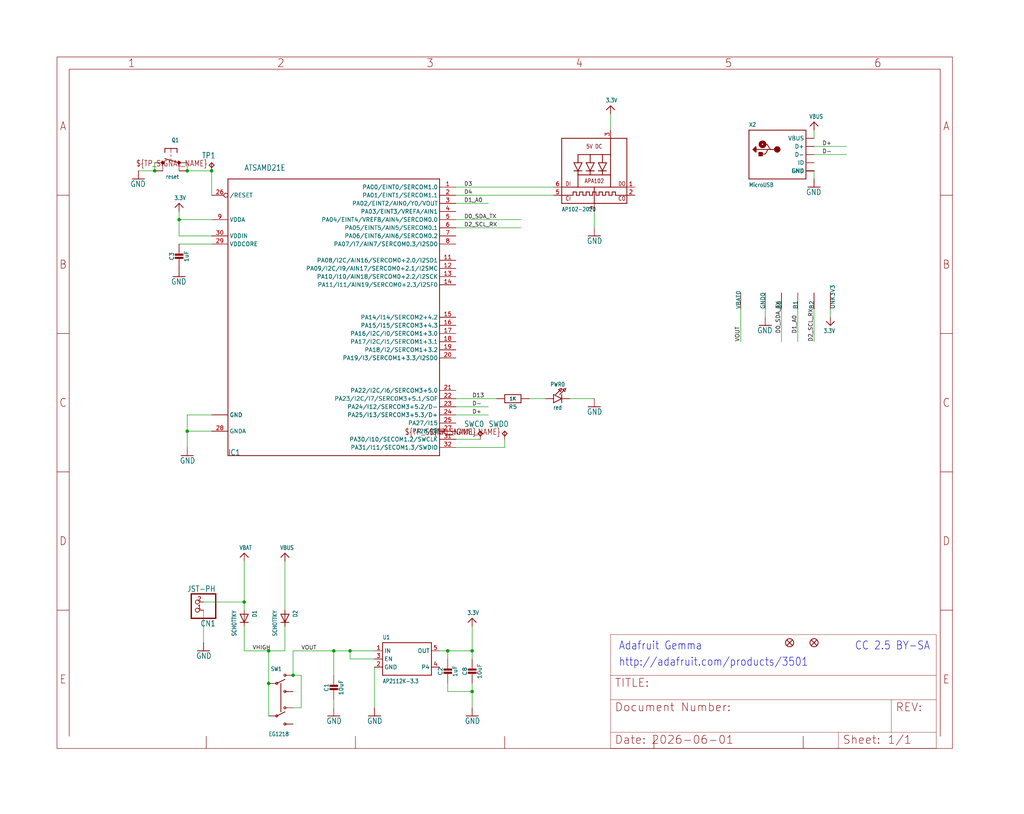
<source format=kicad_sch>
(kicad_sch (version 20230121) (generator eeschema)
  (paper "User" 319.507 254.127)
  (lib_symbols
    (symbol "working-eagle-import:3.3V" (power)
      (property "Value" "3.3V" (at -1.524 1.016 0))
      (symbol "3.3V_1_0"
        (polyline (pts (xy -1.27 -1.27) (xy 0 0)) (stroke (width 0.254)))
        (polyline (pts (xy 0 0) (xy 1.27 -1.27)) (stroke (width 0.254)))
        (pin power_in line (at 0 -2.54 90) (length 2.54) (name "3.3V") (number "1"))
      )
    )
    (symbol "working-eagle-import:APA1022020"
      (symbol "APA1022020_1_0"
        (polyline (pts (xy -10.16 -10.16) (xy 0 -10.16)) (stroke (width 0.254)))
        (polyline (pts (xy -10.16 -7.62) (xy -10.16 -10.16)) (stroke (width 0.254)))
        (polyline (pts (xy -10.16 -7.62) (xy -6.604 -7.62)) (stroke (width 0.254)))
        (polyline (pts (xy -10.16 -5.08) (xy -10.16 -7.62)) (stroke (width 0.254)))
        (polyline (pts (xy -10.16 10.16) (xy -10.16 -5.08)) (stroke (width 0.254)))
        (polyline (pts (xy -6.604 -7.62) (xy -6.604 -6.604)) (stroke (width 0.254)))
        (polyline (pts (xy -6.604 -6.604) (xy -5.588 -6.604)) (stroke (width 0.254)))
        (polyline (pts (xy -6.35 0) (xy -5.08 0)) (stroke (width 0.254)))
        (polyline (pts (xy -6.35 2.54) (xy -5.08 2.54)) (stroke (width 0.254)))
        (polyline (pts (xy -5.588 -7.62) (xy -4.572 -7.62)) (stroke (width 0.254)))
        (polyline (pts (xy -5.588 -6.604) (xy -5.588 -7.62)) (stroke (width 0.254)))
        (polyline (pts (xy -5.08 -5.08) (xy -10.16 -5.08)) (stroke (width 0.254)))
        (polyline (pts (xy -5.08 -5.08) (xy 0 -5.08)) (stroke (width 0.254)))
        (polyline (pts (xy -5.08 -1.27) (xy -5.08 -5.08)) (stroke (width 0.254)))
        (polyline (pts (xy -5.08 0) (xy -6.35 2.54)) (stroke (width 0.254)))
        (polyline (pts (xy -5.08 0) (xy -5.08 -1.27)) (stroke (width 0.254)))
        (polyline (pts (xy -5.08 0) (xy -3.81 2.54)) (stroke (width 0.254)))
        (polyline (pts (xy -5.08 2.54) (xy -3.81 2.54)) (stroke (width 0.254)))
        (polyline (pts (xy -5.08 5.08) (xy -5.08 2.54)) (stroke (width 0.254)))
        (polyline (pts (xy -4.572 -7.62) (xy -4.572 -6.604)) (stroke (width 0.254)))
        (polyline (pts (xy -4.572 -6.604) (xy -3.556 -6.604)) (stroke (width 0.254)))
        (polyline (pts (xy -3.81 0) (xy -5.08 0)) (stroke (width 0.254)))
        (polyline (pts (xy -3.556 -7.62) (xy -2.54 -7.62)) (stroke (width 0.254)))
        (polyline (pts (xy -3.556 -6.604) (xy -3.556 -7.62)) (stroke (width 0.254)))
        (polyline (pts (xy -2.54 -7.62) (xy -2.54 -6.604)) (stroke (width 0.254)))
        (polyline (pts (xy -2.54 -6.604) (xy -1.524 -6.604)) (stroke (width 0.254)))
        (polyline (pts (xy -2.54 0) (xy -1.27 0)) (stroke (width 0.254)))
        (polyline (pts (xy -2.54 2.54) (xy 0 2.54)) (stroke (width 0.254)))
        (polyline (pts (xy -1.524 -7.62) (xy -0.508 -7.62)) (stroke (width 0.254)))
        (polyline (pts (xy -1.524 -6.604) (xy -1.524 -7.62)) (stroke (width 0.254)))
        (polyline (pts (xy -1.27 -1.27) (xy -5.08 -1.27)) (stroke (width 0.254)))
        (polyline (pts (xy -1.27 0) (xy -2.54 2.54)) (stroke (width 0.254)))
        (polyline (pts (xy -1.27 0) (xy -1.27 -1.27)) (stroke (width 0.254)))
        (polyline (pts (xy -1.27 0) (xy 0 0)) (stroke (width 0.254)))
        (polyline (pts (xy -1.27 2.54) (xy -1.27 5.08)) (stroke (width 0.254)))
        (polyline (pts (xy -1.27 5.08) (xy -5.08 5.08)) (stroke (width 0.254)))
        (polyline (pts (xy -0.508 -7.62) (xy -0.508 -6.604)) (stroke (width 0.254)))
        (polyline (pts (xy -0.508 -6.604) (xy 0.508 -6.604)) (stroke (width 0.254)))
        (polyline (pts (xy 0 -10.16) (xy 10.16 -10.16)) (stroke (width 0.254)))
        (polyline (pts (xy 0 -5.08) (xy 0 -10.16)) (stroke (width 0.254)))
        (polyline (pts (xy 0 -5.08) (xy 5.08 -5.08)) (stroke (width 0.254)))
        (polyline (pts (xy 0 2.54) (xy -1.27 0)) (stroke (width 0.254)))
        (polyline (pts (xy 0.508 -7.62) (xy 1.524 -7.62)) (stroke (width 0.254)))
        (polyline (pts (xy 0.508 -6.604) (xy 0.508 -7.62)) (stroke (width 0.254)))
        (polyline (pts (xy 1.27 2.54) (xy 2.54 0)) (stroke (width 0.254)))
        (polyline (pts (xy 1.27 2.54) (xy 2.54 2.54)) (stroke (width 0.254)))
        (polyline (pts (xy 1.524 -7.62) (xy 1.524 -6.604)) (stroke (width 0.254)))
        (polyline (pts (xy 1.524 -6.604) (xy 2.54 -6.604)) (stroke (width 0.254)))
        (polyline (pts (xy 2.54 -7.62) (xy 3.556 -7.62)) (stroke (width 0.254)))
        (polyline (pts (xy 2.54 -6.604) (xy 2.54 -7.62)) (stroke (width 0.254)))
        (polyline (pts (xy 2.54 -1.27) (xy -1.27 -1.27)) (stroke (width 0.254)))
        (polyline (pts (xy 2.54 0) (xy 1.27 0)) (stroke (width 0.254)))
        (polyline (pts (xy 2.54 0) (xy 2.54 -1.27)) (stroke (width 0.254)))
        (polyline (pts (xy 2.54 0) (xy 3.81 0)) (stroke (width 0.254)))
        (polyline (pts (xy 2.54 0) (xy 3.81 2.54)) (stroke (width 0.254)))
        (polyline (pts (xy 2.54 2.54) (xy 2.54 5.08)) (stroke (width 0.254)))
        (polyline (pts (xy 2.54 5.08) (xy -1.27 5.08)) (stroke (width 0.254)))
        (polyline (pts (xy 2.54 5.08) (xy 5.08 5.08)) (stroke (width 0.254)))
        (polyline (pts (xy 3.556 -7.62) (xy 3.556 -6.604)) (stroke (width 0.254)))
        (polyline (pts (xy 3.556 -6.604) (xy 4.572 -6.604)) (stroke (width 0.254)))
        (polyline (pts (xy 3.81 2.54) (xy 2.54 2.54)) (stroke (width 0.254)))
        (polyline (pts (xy 4.572 -7.62) (xy 5.588 -7.62)) (stroke (width 0.254)))
        (polyline (pts (xy 4.572 -6.604) (xy 4.572 -7.62)) (stroke (width 0.254)))
        (polyline (pts (xy 5.08 -5.08) (xy 5.08 -1.27)) (stroke (width 0.254)))
        (polyline (pts (xy 5.08 -5.08) (xy 10.16 -5.08)) (stroke (width 0.254)))
        (polyline (pts (xy 5.08 -1.27) (xy 2.54 -1.27)) (stroke (width 0.254)))
        (polyline (pts (xy 5.08 5.08) (xy 5.08 -1.27)) (stroke (width 0.254)))
        (polyline (pts (xy 5.08 10.16) (xy -10.16 10.16)) (stroke (width 0.254)))
        (polyline (pts (xy 5.08 10.16) (xy 5.08 5.08)) (stroke (width 0.254)))
        (polyline (pts (xy 5.588 -7.62) (xy 5.588 -6.604)) (stroke (width 0.254)))
        (polyline (pts (xy 5.588 -6.604) (xy 6.604 -6.604)) (stroke (width 0.254)))
        (polyline (pts (xy 6.604 -7.62) (xy 10.16 -7.62)) (stroke (width 0.254)))
        (polyline (pts (xy 6.604 -6.604) (xy 6.604 -7.62)) (stroke (width 0.254)))
        (polyline (pts (xy 10.16 -10.16) (xy 10.16 -7.62)) (stroke (width 0.254)))
        (polyline (pts (xy 10.16 -7.62) (xy 10.16 -5.08)) (stroke (width 0.254)))
        (polyline (pts (xy 10.16 -5.08) (xy 10.16 10.16)) (stroke (width 0.254)))
        (polyline (pts (xy 10.16 10.16) (xy 5.08 10.16)) (stroke (width 0.254)))
        (text "5V DC" (at 0 7.62 0) (effects (font (size 1.27 1.0795))))
        (text "APA102" (at 0 -3.175 0) (effects (font (size 1.27 1.0795))))
        (text "CI" (at -8.128 -8.636 0) (effects (font (size 1.27 1.0795))))
        (text "CO" (at 8.636 -8.636 0) (effects (font (size 1.27 1.0795))))
        (text "DI" (at -8.128 -4.064 0) (effects (font (size 1.27 1.0795))))
        (text "DO" (at 8.636 -4.064 0) (effects (font (size 1.27 1.0795))))
        (pin output line (at 12.7 -5.08 180) (length 2.54) (name "DO") (number "1"))
        (pin output line (at 12.7 -7.62 180) (length 2.54) (name "CKO") (number "2"))
        (pin power_in line (at 5.08 12.7 270) (length 2.54) (name "VDD") (number "3"))
        (pin power_in line (at 0 -12.7 90) (length 2.54) (name "GND") (number "4"))
        (pin input line (at -12.7 -7.62 0) (length 2.54) (name "CKI") (number "5"))
        (pin input line (at -12.7 -5.08 0) (length 2.54) (name "DI") (number "6"))
      )
    )
    (symbol "working-eagle-import:ATSAMD21E"
      (property "Reference" "IC" (at -35.56 -43.18 0))
      (symbol "ATSAMD21E_1_0"
        (polyline (pts (xy -35.56 -43.18) (xy -35.56 43.18)) (stroke (width 0.254)))
        (polyline (pts (xy -35.56 43.18) (xy 30.48 43.18)) (stroke (width 0.254)))
        (polyline (pts (xy 30.48 -43.18) (xy -35.56 -43.18)) (stroke (width 0.254)))
        (polyline (pts (xy 30.48 43.18) (xy 30.48 -43.18)) (stroke (width 0.254)))
        (pin bidirectional line (at 35.56 40.64 180) (length 5.08) (name "PA00/EINT0/SERCOM1.0") (number "1"))
        (pin power_in line (at -40.64 -30.48 0) (length 5.08) (name "GND") (number "10"))
        (pin bidirectional line (at 35.56 17.78 180) (length 5.08) (name "PA08/I2C/AIN16/SERCOM0+2.0/I2SD1") (number "11"))
        (pin bidirectional line (at 35.56 15.24 180) (length 5.08) (name "PA09/I2C/I9/AIN17/SERCOM0+2.1/I2SMC") (number "12"))
        (pin bidirectional line (at 35.56 12.7 180) (length 5.08) (name "PA10/I10/AIN18/SERCOM0+2.2/I2SCK") (number "13"))
        (pin bidirectional line (at 35.56 10.16 180) (length 5.08) (name "PA11/I11/AIN19/SERCOM0+2.3/I2SF0") (number "14"))
        (pin bidirectional line (at 35.56 0 180) (length 5.08) (name "PA14/I14/SERCOM2+4.2") (number "15"))
        (pin bidirectional line (at 35.56 -2.54 180) (length 5.08) (name "PA15/I15/SERCOM3+4.3") (number "16"))
        (pin bidirectional line (at 35.56 -5.08 180) (length 5.08) (name "PA16/I2C/I0/SERCOM1+3.0") (number "17"))
        (pin bidirectional line (at 35.56 -7.62 180) (length 5.08) (name "PA17/I2C/I1/SERCOM1+3.1") (number "18"))
        (pin bidirectional line (at 35.56 -10.16 180) (length 5.08) (name "PA18/I2/SERCOM1+3.2") (number "19"))
        (pin bidirectional line (at 35.56 38.1 180) (length 5.08) (name "PA01/EINT1/SERCOM1.1") (number "2"))
        (pin bidirectional line (at 35.56 -12.7 180) (length 5.08) (name "PA19/I3/SERCOM1+3.3/I2SD0") (number "20"))
        (pin bidirectional line (at 35.56 -22.86 180) (length 5.08) (name "PA22/I2C/I6/SERCOM3+5.0") (number "21"))
        (pin bidirectional line (at 35.56 -25.4 180) (length 5.08) (name "PA23/I2C/I7/SERCOM3+5.1/SOF") (number "22"))
        (pin bidirectional line (at 35.56 -27.94 180) (length 5.08) (name "PA24/I12/SERCOM3+5.2/D-") (number "23"))
        (pin bidirectional line (at 35.56 -30.48 180) (length 5.08) (name "PA25/I13/SERCOM3+5.3/D+") (number "24"))
        (pin bidirectional line (at 35.56 -33.02 180) (length 5.08) (name "PA27/I15") (number "25"))
        (pin bidirectional inverted (at -40.64 38.1 0) (length 5.08) (name "/RESET") (number "26"))
        (pin bidirectional line (at 35.56 -35.56 180) (length 5.08) (name "PA28/I8") (number "27"))
        (pin power_in line (at -40.64 -35.56 0) (length 5.08) (name "GNDA") (number "28"))
        (pin power_in line (at -40.64 22.86 0) (length 5.08) (name "VDDCORE") (number "29"))
        (pin bidirectional line (at 35.56 35.56 180) (length 5.08) (name "PA02/EINT2/AIN0/Y0/VOUT") (number "3"))
        (pin power_in line (at -40.64 25.4 0) (length 5.08) (name "VDDIN") (number "30"))
        (pin bidirectional line (at 35.56 -38.1 180) (length 5.08) (name "PA30/I10/SECOM1.2/SWCLK") (number "31"))
        (pin bidirectional line (at 35.56 -40.64 180) (length 5.08) (name "PA31/I11/SECOM1.3/SWDIO") (number "32"))
        (pin power_in line (at -40.64 -30.48 0) (length 5.08) (name "GND") (number "33"))
        (pin bidirectional line (at 35.56 33.02 180) (length 5.08) (name "PA03/EINT3/VREFA/AIN1") (number "4"))
        (pin bidirectional line (at 35.56 30.48 180) (length 5.08) (name "PA04/EINT4/VREFB/AIN4/SERCOM0.0") (number "5"))
        (pin bidirectional line (at 35.56 27.94 180) (length 5.08) (name "PA05/EINT5/AIN5/SERCOM0.1") (number "6"))
        (pin bidirectional line (at 35.56 25.4 180) (length 5.08) (name "PA06/EINT6/AIN6/SERCOM0.2") (number "7"))
        (pin bidirectional line (at 35.56 22.86 180) (length 5.08) (name "PA07/I7/AIN7/SERCOM0.3/I2SD0") (number "8"))
        (pin power_in line (at -40.64 30.48 0) (length 5.08) (name "VDDA") (number "9"))
      )
    )
    (symbol "working-eagle-import:CAP_CERAMIC0603_NO"
      (property "Reference" "C" (at -2.29 1.25 90))
      (symbol "CAP_CERAMIC0603_NO_1_0"
        (rectangle (start -1.27 0.508) (end 1.27 1.016) (fill (type outline)))
        (rectangle (start -1.27 1.524) (end 1.27 2.032) (fill (type outline)))
        (polyline (pts (xy 0 0.762) (xy 0 0)) (stroke (width 0.1524)))
        (polyline (pts (xy 0 2.54) (xy 0 1.778)) (stroke (width 0.1524)))
        (pin passive line (at 0 5.08 270) (length 2.54) (name "1") (number "1"))
        (pin passive line (at 0 -2.54 90) (length 2.54) (name "2") (number "2"))
      )
    )
    (symbol "working-eagle-import:CAP_CERAMIC0805-NOOUTLINE"
      (property "Reference" "C" (at -2.29 1.25 90))
      (symbol "CAP_CERAMIC0805-NOOUTLINE_1_0"
        (rectangle (start -1.27 0.508) (end 1.27 1.016) (fill (type outline)))
        (rectangle (start -1.27 1.524) (end 1.27 2.032) (fill (type outline)))
        (polyline (pts (xy 0 0.762) (xy 0 0)) (stroke (width 0.1524)))
        (polyline (pts (xy 0 2.54) (xy 0 1.778)) (stroke (width 0.1524)))
        (pin passive line (at 0 5.08 270) (length 2.54) (name "1") (number "1"))
        (pin passive line (at 0 -2.54 90) (length 2.54) (name "2") (number "2"))
      )
    )
    (symbol "working-eagle-import:CON_JST_PH_2PIN"
      (property "Reference" "X" (at -6.35 5.715 0))
      (symbol "CON_JST_PH_2PIN_1_0"
        (polyline (pts (xy -6.35 -2.54) (xy 1.27 -2.54)) (stroke (width 0.4064)))
        (polyline (pts (xy -6.35 5.08) (xy -6.35 -2.54)) (stroke (width 0.4064)))
        (polyline (pts (xy 1.27 -2.54) (xy 1.27 5.08)) (stroke (width 0.4064)))
        (polyline (pts (xy 1.27 5.08) (xy -6.35 5.08)) (stroke (width 0.4064)))
        (pin passive inverted (at -2.54 2.54 0) (length 2.54) (name "1") (number "1"))
        (pin passive inverted (at -2.54 0 0) (length 2.54) (name "2") (number "2"))
      )
    )
    (symbol "working-eagle-import:DIODE_SOD-123FL"
      (property "Reference" "D" (at -2.54 2.54 0))
      (symbol "DIODE_SOD-123FL_1_0"
        (polyline (pts (xy -1.27 -1.27) (xy 1.27 0)) (stroke (width 0.254)))
        (polyline (pts (xy -1.27 1.27) (xy -1.27 -1.27)) (stroke (width 0.254)))
        (polyline (pts (xy 1.27 0) (xy -1.27 1.27)) (stroke (width 0.254)))
        (polyline (pts (xy 1.27 0) (xy 1.27 -1.27)) (stroke (width 0.254)))
        (polyline (pts (xy 1.27 1.27) (xy 1.27 0)) (stroke (width 0.254)))
        (pin passive line (at -2.54 0 0) (length 2.54) (name "A") (number "A"))
        (pin passive line (at 2.54 0 180) (length 2.54) (name "C") (number "C"))
      )
    )
    (symbol "working-eagle-import:FIDUCIAL_1MM"
      (symbol "FIDUCIAL_1MM_1_0"
        (polyline (pts (xy -0.762 0.762) (xy 0.762 -0.762)) (stroke (width 0.254)))
        (polyline (pts (xy 0.762 0.762) (xy -0.762 -0.762)) (stroke (width 0.254)))
        (circle (center 0 0) (radius 1.27) (stroke (width 0.254)))
      )
    )
    (symbol "working-eagle-import:FRAME_A_L"
      (symbol "FRAME_A_L_1_0"
        (polyline (pts (xy 0 43.18) (xy 3.81 43.18)))
        (polyline (pts (xy 0 86.36) (xy 3.81 86.36)))
        (polyline (pts (xy 0 129.54) (xy 3.81 129.54)))
        (polyline (pts (xy 0 172.72) (xy 3.81 172.72)))
        (polyline (pts (xy 3.81 3.81) (xy 3.81 212.09)))
        (polyline (pts (xy 46.5667 0) (xy 46.5667 3.81)))
        (polyline (pts (xy 93.1333 0) (xy 93.1333 3.81)))
        (polyline (pts (xy 139.7 0) (xy 139.7 3.81)))
        (polyline (pts (xy 186.2667 0) (xy 186.2667 3.81)))
        (polyline (pts (xy 232.8333 0) (xy 232.8333 3.81)))
        (polyline (pts (xy 275.59 3.81) (xy 275.59 212.09)))
        (polyline (pts (xy 275.59 43.18) (xy 279.4 43.18)))
        (polyline (pts (xy 275.59 86.36) (xy 279.4 86.36)))
        (polyline (pts (xy 275.59 129.54) (xy 279.4 129.54)))
        (polyline (pts (xy 275.59 172.72) (xy 279.4 172.72)))
        (polyline (pts (xy 275.59 212.09) (xy 3.81 212.09)))
        (polyline (pts (xy 0 0) (xy 279.4 0) (xy 279.4 215.9) (xy 0 215.9) (xy 0 0)))
        (text "1" (at 23.2833 213.995 0) (effects (font (size 2.54 2.286))))
        (text "2" (at 69.85 213.995 0) (effects (font (size 2.54 2.286))))
        (text "3" (at 116.4167 213.995 0) (effects (font (size 2.54 2.286))))
        (text "4" (at 162.9833 213.995 0) (effects (font (size 2.54 2.286))))
        (text "5" (at 209.55 213.995 0) (effects (font (size 2.54 2.286))))
        (text "6" (at 256.1167 213.995 0) (effects (font (size 2.54 2.286))))
        (text "A" (at 1.905 194.31 0) (effects (font (size 2.54 2.286))))
        (text "A" (at 277.495 194.31 0) (effects (font (size 2.54 2.286))))
        (text "B" (at 1.905 151.13 0) (effects (font (size 2.54 2.286))))
        (text "B" (at 277.495 151.13 0) (effects (font (size 2.54 2.286))))
        (text "C" (at 1.905 107.95 0) (effects (font (size 2.54 2.286))))
        (text "C" (at 277.495 107.95 0) (effects (font (size 2.54 2.286))))
        (text "D" (at 1.905 64.77 0) (effects (font (size 2.54 2.286))))
        (text "D" (at 277.495 64.77 0) (effects (font (size 2.54 2.286))))
        (text "E" (at 1.905 21.59 0) (effects (font (size 2.54 2.286))))
        (text "E" (at 277.495 21.59 0) (effects (font (size 2.54 2.286))))
      )
      (symbol "FRAME_A_L_2_0"
        (polyline (pts (xy 0 0) (xy 0 5.08)) (stroke (width 0.1016)))
        (polyline (pts (xy 0 0) (xy 71.12 0)) (stroke (width 0.1016)))
        (polyline (pts (xy 0 5.08) (xy 0 15.24)) (stroke (width 0.1016)))
        (polyline (pts (xy 0 5.08) (xy 71.12 5.08)) (stroke (width 0.1016)))
        (polyline (pts (xy 0 15.24) (xy 0 22.86)) (stroke (width 0.1016)))
        (polyline (pts (xy 0 22.86) (xy 0 35.56)) (stroke (width 0.1016)))
        (polyline (pts (xy 0 22.86) (xy 101.6 22.86)) (stroke (width 0.1016)))
        (polyline (pts (xy 71.12 0) (xy 101.6 0)) (stroke (width 0.1016)))
        (polyline (pts (xy 71.12 5.08) (xy 71.12 0)) (stroke (width 0.1016)))
        (polyline (pts (xy 71.12 5.08) (xy 87.63 5.08)) (stroke (width 0.1016)))
        (polyline (pts (xy 87.63 5.08) (xy 101.6 5.08)) (stroke (width 0.1016)))
        (polyline (pts (xy 87.63 15.24) (xy 0 15.24)) (stroke (width 0.1016)))
        (polyline (pts (xy 87.63 15.24) (xy 87.63 5.08)) (stroke (width 0.1016)))
        (polyline (pts (xy 101.6 5.08) (xy 101.6 0)) (stroke (width 0.1016)))
        (polyline (pts (xy 101.6 15.24) (xy 87.63 15.24)) (stroke (width 0.1016)))
        (polyline (pts (xy 101.6 15.24) (xy 101.6 5.08)) (stroke (width 0.1016)))
        (polyline (pts (xy 101.6 22.86) (xy 101.6 15.24)) (stroke (width 0.1016)))
        (polyline (pts (xy 101.6 35.56) (xy 0 35.56)) (stroke (width 0.1016)))
        (polyline (pts (xy 101.6 35.56) (xy 101.6 22.86)) (stroke (width 0.1016)))
        (text "${#}/${##}" (at 86.36 1.27 0) (effects (font (size 2.54 2.54)) (justify left bottom)))
        (text "${CURRENT_DATE}" (at 12.7 1.27 0) (effects (font (size 2.54 2.54)) (justify left bottom)))
        (text "${PROJECTNAME}" (at 17.78 19.05 0) (effects (font (size 2.54 2.54)) (justify left bottom)))
        (text "Date:" (at 1.27 1.27 0) (effects (font (size 2.54 2.54)) (justify left bottom)))
        (text "Document Number:" (at 1.27 11.43 0) (effects (font (size 2.54 2.54)) (justify left bottom)))
        (text "REV:" (at 88.9 11.43 0) (effects (font (size 2.54 2.54)) (justify left bottom)))
        (text "Sheet:" (at 72.39 1.27 0) (effects (font (size 2.54 2.54)) (justify left bottom)))
        (text "TITLE:" (at 1.27 19.05 0) (effects (font (size 2.54 2.54)) (justify left bottom)))
      )
    )
    (symbol "working-eagle-import:GND" (power)
      (property "Value" "GND" (at -2.54 -2.54 0))
      (symbol "GND_1_0"
        (polyline (pts (xy -1.905 0) (xy 1.905 0)) (stroke (width 0.254)))
        (pin power_in line (at 0 2.54 270) (length 2.54) (name "GND") (number "1"))
      )
    )
    (symbol "working-eagle-import:LED0603_NOOUTLINE"
      (property "Reference" "D" (at -1.27 4.445 0))
      (symbol "LED0603_NOOUTLINE_1_0"
        (polyline (pts (xy -2.54 -1.27) (xy 0 0)) (stroke (width 0.254)))
        (polyline (pts (xy -2.54 1.27) (xy -2.54 -1.27)) (stroke (width 0.254)))
        (polyline (pts (xy -1.905 1.27) (xy -0.635 2.54)) (stroke (width 0.254)))
        (polyline (pts (xy -0.9525 2.8575) (xy -0.3175 2.2225)) (stroke (width 0.254)))
        (polyline (pts (xy -0.635 1.27) (xy 0.635 2.54)) (stroke (width 0.254)))
        (polyline (pts (xy -0.3175 2.2225) (xy 0 3.175)) (stroke (width 0.254)))
        (polyline (pts (xy 0 0) (xy -2.54 1.27)) (stroke (width 0.254)))
        (polyline (pts (xy 0 0) (xy 0 -1.27)) (stroke (width 0.254)))
        (polyline (pts (xy 0 1.27) (xy 0 0)) (stroke (width 0.254)))
        (polyline (pts (xy 0 3.175) (xy -0.9525 2.8575)) (stroke (width 0.254)))
        (polyline (pts (xy 0.3175 2.8575) (xy 0.9525 2.2225)) (stroke (width 0.254)))
        (polyline (pts (xy 0.9525 2.2225) (xy 1.27 3.175)) (stroke (width 0.254)))
        (polyline (pts (xy 1.27 3.175) (xy 0.3175 2.8575)) (stroke (width 0.254)))
        (pin passive line (at -5.08 0 0) (length 2.54) (name "A") (number "A"))
        (pin passive line (at 2.54 0 180) (length 2.54) (name "C") (number "C"))
      )
    )
    (symbol "working-eagle-import:RESISTOR_0603_NOOUT"
      (property "Reference" "R" (at 0 2.54 0))
      (symbol "RESISTOR_0603_NOOUT_1_0"
        (polyline (pts (xy -2.54 -1.27) (xy -2.54 1.27)) (stroke (width 0.254)))
        (polyline (pts (xy -2.54 1.27) (xy 2.54 1.27)) (stroke (width 0.254)))
        (polyline (pts (xy 2.54 -1.27) (xy -2.54 -1.27)) (stroke (width 0.254)))
        (polyline (pts (xy 2.54 1.27) (xy 2.54 -1.27)) (stroke (width 0.254)))
        (pin passive line (at -5.08 0 0) (length 2.54) (name "1") (number "1"))
        (pin passive line (at 5.08 0 180) (length 2.54) (name "2") (number "2"))
      )
    )
    (symbol "working-eagle-import:SEWTAP-ALLIGATOR"
      (property "Reference" "TP" (at 0 0 0))
      (symbol "SEWTAP-ALLIGATOR_1_0"
        (pin bidirectional line (at 0 0 0) (length 5.08) (name "SEW") (number "P$1"))
      )
    )
    (symbol "working-eagle-import:SWITCH_DPDTEG1390"
      (property "Reference" "SW" (at -4.445 8.89 0))
      (symbol "SWITCH_DPDTEG1390_1_0"
        (circle (center -2.54 -5.08) (radius 0.3592) (stroke (width 0.2032)))
        (circle (center -2.54 5.08) (radius 0.3592) (stroke (width 0.2032)))
        (circle (center 0 -7.62) (radius 0.3592) (stroke (width 0.2032)))
        (circle (center 0 -2.54) (radius 0.3592) (stroke (width 0.2032)))
        (polyline (pts (xy -2.54 -5.08) (xy 0 -3.81)) (stroke (width 0.254)))
        (polyline (pts (xy -2.54 5.08) (xy 0 6.35)) (stroke (width 0.254)))
        (polyline (pts (xy -1.27 5.08) (xy -1.27 -3.81)) (stroke (width 0.254)))
        (polyline (pts (xy 0 -7.62) (xy 0.635 -7.62)) (stroke (width 0.127)))
        (polyline (pts (xy 0 -2.54) (xy 0.635 -2.54)) (stroke (width 0.1524)))
        (polyline (pts (xy 0 2.54) (xy 0.635 2.54)) (stroke (width 0.127)))
        (polyline (pts (xy 0 7.62) (xy 0.635 7.62)) (stroke (width 0.1524)))
        (circle (center 0 2.54) (radius 0.3592) (stroke (width 0.2032)))
        (circle (center 0 7.62) (radius 0.3592) (stroke (width 0.2032)))
        (pin passive line (at 2.54 7.62 180) (length 2.54) (name "O1") (number "O1"))
        (pin passive line (at 2.54 -2.54 180) (length 2.54) (name "O2") (number "O2"))
        (pin passive line (at -5.08 5.08 0) (length 2.54) (name "P1") (number "P1"))
        (pin passive line (at -5.08 -5.08 0) (length 2.54) (name "P2") (number "P2"))
        (pin passive line (at 2.54 2.54 180) (length 2.54) (name "S1") (number "S1"))
        (pin passive line (at 2.54 -7.62 180) (length 2.54) (name "S2") (number "S2"))
      )
    )
    (symbol "working-eagle-import:SWITCH_TACT_SMT4.6X2.8"
      (property "Reference" "SW" (at -2.54 6.35 0))
      (symbol "SWITCH_TACT_SMT4.6X2.8_1_0"
        (circle (center -2.54 0) (radius 0.127) (stroke (width 0.4064)))
        (polyline (pts (xy -2.54 -2.54) (xy -2.54 0)) (stroke (width 0.1524)))
        (polyline (pts (xy -2.54 0) (xy 1.905 1.27)) (stroke (width 0.254)))
        (polyline (pts (xy -1.905 4.445) (xy -1.905 3.175)) (stroke (width 0.254)))
        (polyline (pts (xy 0 1.27) (xy 0 0.635)) (stroke (width 0.1524)))
        (polyline (pts (xy 0 2.54) (xy 0 1.905)) (stroke (width 0.1524)))
        (polyline (pts (xy 0 4.445) (xy -1.905 4.445)) (stroke (width 0.254)))
        (polyline (pts (xy 0 4.445) (xy 0 3.175)) (stroke (width 0.1524)))
        (polyline (pts (xy 1.905 0) (xy 2.54 0)) (stroke (width 0.254)))
        (polyline (pts (xy 1.905 4.445) (xy 0 4.445)) (stroke (width 0.254)))
        (polyline (pts (xy 1.905 4.445) (xy 1.905 3.175)) (stroke (width 0.254)))
        (polyline (pts (xy 2.54 -2.54) (xy 2.54 0)) (stroke (width 0.1524)))
        (circle (center 2.54 0) (radius 0.127) (stroke (width 0.4064)))
        (pin passive line (at -5.08 0 0) (length 2.54) (name "P") (number "A"))
        (pin passive line (at -5.08 -2.54 0) (length 2.54) (name "P1") (number "A'"))
        (pin passive line (at 5.08 0 180) (length 2.54) (name "S") (number "B"))
        (pin passive line (at 5.08 -2.54 180) (length 2.54) (name "S1") (number "B'"))
      )
    )
    (symbol "working-eagle-import:TPTP15R"
      (property "Reference" "TP" (at -1.27 1.27 0))
      (symbol "TPTP15R_1_0"
        (polyline (pts (xy -0.762 -0.762) (xy 0 0)) (stroke (width 0.254)))
        (polyline (pts (xy 0 -1.524) (xy -0.762 -0.762)) (stroke (width 0.254)))
        (polyline (pts (xy 0 0) (xy 0.762 -0.762)) (stroke (width 0.254)))
        (polyline (pts (xy 0.762 -0.762) (xy 0 -1.524)) (stroke (width 0.254)))
        (text "${TP_SIGNAL_NAME}" (at 1.27 -1.27 0) (effects (font (size 1.778 1.5113)) (justify left bottom)))
        (pin input line (at 0 -2.54 90) (length 2.54) (name "TP") (number "TP"))
      )
    )
    (symbol "working-eagle-import:TPTP16R"
      (property "Reference" "TP" (at -1.27 1.27 0))
      (symbol "TPTP16R_1_0"
        (polyline (pts (xy -0.762 -0.762) (xy 0 0)) (stroke (width 0.254)))
        (polyline (pts (xy 0 -1.524) (xy -0.762 -0.762)) (stroke (width 0.254)))
        (polyline (pts (xy 0 0) (xy 0.762 -0.762)) (stroke (width 0.254)))
        (polyline (pts (xy 0.762 -0.762) (xy 0 -1.524)) (stroke (width 0.254)))
        (text "${TP_SIGNAL_NAME}" (at 1.27 -1.27 0) (effects (font (size 1.778 1.5113)) (justify left bottom)))
        (pin input line (at 0 -2.54 90) (length 2.54) (name "TP") (number "TP"))
      )
    )
    (symbol "working-eagle-import:USB_MICRO_20329_V2"
      (property "Reference" "X" (at -10.16 8.636 0))
      (symbol "USB_MICRO_20329_V2_1_0"
        (rectangle (start -7.12 -0.45) (end -5.92 0.75) (fill (type outline)))
        (circle (center -5.92 3.2) (radius 0.2) (stroke (width 1)))
        (circle (center -1.32 1.6) (radius 0.5) (stroke (width 1)))
        (polyline (pts (xy -10.2 7.62) (xy -10.16 7.62)) (stroke (width 0.254)))
        (polyline (pts (xy -10.16 -7.62) (xy 7.62 -7.62)) (stroke (width 0.254)))
        (polyline (pts (xy -10.16 7.62) (xy -10.16 -7.62)) (stroke (width 0.254)))
        (polyline (pts (xy -10.16 7.62) (xy 7.62 7.62)) (stroke (width 0.254)))
        (polyline (pts (xy -8.92 1.6) (xy -8.12 2.4)) (stroke (width 0.254)))
        (polyline (pts (xy -8.52 1.4) (xy -8.32 1.2)) (stroke (width 0.254)))
        (polyline (pts (xy -8.52 1.6) (xy -8.52 1.4)) (stroke (width 0.254)))
        (polyline (pts (xy -8.32 1.2) (xy -8.32 2)) (stroke (width 0.254)))
        (polyline (pts (xy -8.32 2) (xy -8.72 1.6)) (stroke (width 0.254)))
        (polyline (pts (xy -8.12 0.8) (xy -8.92 1.6)) (stroke (width 0.254)))
        (polyline (pts (xy -8.12 1) (xy -8.12 2.4)) (stroke (width 0.254)))
        (polyline (pts (xy -8.12 2.4) (xy -7.92 2.4)) (stroke (width 0.254)))
        (polyline (pts (xy -7.92 0.8) (xy -8.12 0.8)) (stroke (width 0.254)))
        (polyline (pts (xy -7.92 1.6) (xy -7.92 0.8)) (stroke (width 0.254)))
        (polyline (pts (xy -7.92 2.4) (xy -7.92 1.6)) (stroke (width 0.254)))
        (polyline (pts (xy -6.27 0.15) (xy -5.07 0.15)) (stroke (width 0.254)))
        (polyline (pts (xy -5.52 3.2) (xy -4.52 3.2)) (stroke (width 0.254)))
        (polyline (pts (xy -5.07 0.15) (xy -4.22 1.6)) (stroke (width 0.254)))
        (polyline (pts (xy -4.52 3.2) (xy -3.47 1.6)) (stroke (width 0.254)))
        (polyline (pts (xy -4.22 1.6) (xy -7.92 1.6)) (stroke (width 0.254)))
        (polyline (pts (xy -3.47 1.6) (xy -4.22 1.6)) (stroke (width 0.254)))
        (polyline (pts (xy -1.32 1.6) (xy -3.47 1.6)) (stroke (width 0.254)))
        (polyline (pts (xy 7.62 7.62) (xy 7.62 -7.62)) (stroke (width 0.254)))
        (pin power_in line (at 10.16 -5.08 180) (length 2.54) (name "GND") (number "BASE@1"))
        (pin power_in line (at 10.16 -5.08 180) (length 2.54) (name "GND") (number "BASE@2"))
        (pin bidirectional line (at 10.16 2.54 180) (length 2.54) (name "D+") (number "D+"))
        (pin bidirectional line (at 10.16 0 180) (length 2.54) (name "D-") (number "D-"))
        (pin power_in line (at 10.16 -5.08 180) (length 2.54) (name "GND") (number "GND"))
        (pin bidirectional line (at 10.16 -2.54 180) (length 2.54) (name "ID") (number "ID"))
        (pin power_in line (at 10.16 -5.08 180) (length 2.54) (name "GND") (number "SPRT@1"))
        (pin power_in line (at 10.16 -5.08 180) (length 2.54) (name "GND") (number "SPRT@2"))
        (pin power_in line (at 10.16 -5.08 180) (length 2.54) (name "GND") (number "SPRT@3"))
        (pin power_in line (at 10.16 -5.08 180) (length 2.54) (name "GND") (number "SPRT@4"))
        (pin power_in line (at 10.16 5.08 180) (length 2.54) (name "VBUS") (number "VBUS"))
      )
    )
    (symbol "working-eagle-import:VBAT" (power)
      (property "Value" "VBAT" (at -1.524 1.016 0))
      (symbol "VBAT_1_0"
        (polyline (pts (xy -1.27 -1.27) (xy 0 0)) (stroke (width 0.254)))
        (polyline (pts (xy 0 0) (xy 1.27 -1.27)) (stroke (width 0.254)))
        (pin power_in line (at 0 -2.54 90) (length 2.54) (name "VBAT") (number "1"))
      )
    )
    (symbol "working-eagle-import:VBUS" (power)
      (property "Value" "VBUS" (at -1.524 1.016 0))
      (symbol "VBUS_1_0"
        (polyline (pts (xy -1.27 -1.27) (xy 0 0)) (stroke (width 0.254)))
        (polyline (pts (xy 0 0) (xy 1.27 -1.27)) (stroke (width 0.254)))
        (pin power_in line (at 0 -2.54 90) (length 2.54) (name "VBUS") (number "1"))
      )
    )
    (symbol "working-eagle-import:VREG_SOT23-5"
      (property "Reference" "U" (at -7.62 6.096 0))
      (symbol "VREG_SOT23-5_1_0"
        (polyline (pts (xy -7.62 -5.08) (xy -7.62 5.08)) (stroke (width 0.254)))
        (polyline (pts (xy -7.62 5.08) (xy 7.62 5.08)) (stroke (width 0.254)))
        (polyline (pts (xy 7.62 -5.08) (xy -7.62 -5.08)) (stroke (width 0.254)))
        (polyline (pts (xy 7.62 5.08) (xy 7.62 -5.08)) (stroke (width 0.254)))
        (pin power_in line (at -10.16 2.54 0) (length 2.54) (name "IN") (number "1"))
        (pin power_in line (at -10.16 -2.54 0) (length 2.54) (name "GND") (number "2"))
        (pin input line (at -10.16 0 0) (length 2.54) (name "EN") (number "3"))
        (pin bidirectional line (at 10.16 -2.54 180) (length 2.54) (name "P4") (number "4"))
        (pin power_in line (at 10.16 2.54 180) (length 2.54) (name "OUT") (number "5"))
      )
    )
  )
  (junction (at 104.14 203.2))
  (junction (at 109.22 203.2))
  (junction (at 147.32 215.9))
  (junction (at 83.82 213.36))
  (junction (at 139.7 203.2))
  (junction (at 91.44 210.82))
  (junction (at 58.42 134.62))
  (junction (at 147.32 203.2))
  (junction (at 58.42 53.34))
  (junction (at 48.26 53.34))
  (junction (at 66.04 53.34))
  (junction (at 55.88 68.58))
  (junction (at 83.82 203.2))
  (junction (at 76.2 187.96))
  (wire (pts (xy 254 45.72) (xy 264.16 45.72)) (stroke (width 0.1524)))
  (wire (pts (xy 66.04 76.2) (xy 55.88 76.2)) (stroke (width 0.1524)))
  (wire (pts (xy 88.9 195.58) (xy 88.9 203.2)) (stroke (width 0.1524)))
  (wire (pts (xy 172.72 58.42) (xy 142.24 58.42)) (stroke (width 0.1524)))
  (wire (pts (xy 137.16 203.2) (xy 139.7 203.2)) (stroke (width 0.1524)))
  (wire (pts (xy 147.32 195.58) (xy 147.32 203.2)) (stroke (width 0.1524)))
  (wire (pts (xy 142.24 137.16) (xy 149.86 137.16)) (stroke (width 0.1524)))
  (wire (pts (xy 83.82 213.36) (xy 83.82 223.52)) (stroke (width 0.1524)))
  (wire (pts (xy 254 53.34) (xy 254 55.88)) (stroke (width 0.1524)))
  (wire (pts (xy 142.24 127) (xy 152.4 127)) (stroke (width 0.1524)))
  (wire (pts (xy 139.7 205.74) (xy 139.7 203.2)) (stroke (width 0.1524)))
  (wire (pts (xy 91.44 220.98) (xy 93.98 220.98)) (stroke (width 0.1524)))
  (wire (pts (xy 88.9 190.5) (xy 88.9 175.26)) (stroke (width 0.1524)))
  (wire (pts (xy 104.14 218.44) (xy 104.14 220.98)) (stroke (width 0.1524)))
  (wire (pts (xy 66.04 53.34) (xy 66.04 60.96)) (stroke (width 0.1524)))
  (wire (pts (xy 76.2 203.2) (xy 83.82 203.2)) (stroke (width 0.1524)))
  (wire (pts (xy 254 48.26) (xy 264.16 48.26)) (stroke (width 0.1524)))
  (wire (pts (xy 116.84 208.28) (xy 116.84 220.98)) (stroke (width 0.1524)))
  (wire (pts (xy 104.14 203.2) (xy 91.44 203.2)) (stroke (width 0.1524)))
  (wire (pts (xy 66.04 73.66) (xy 55.88 73.66)) (stroke (width 0.1524)))
  (wire (pts (xy 104.14 210.82) (xy 104.14 203.2)) (stroke (width 0.1524)))
  (wire (pts (xy 76.2 187.96) (xy 76.2 190.5)) (stroke (width 0.1524)))
  (wire (pts (xy 157.48 139.7) (xy 157.48 137.16)) (stroke (width 0.1524)))
  (wire (pts (xy 147.32 215.9) (xy 147.32 213.36)) (stroke (width 0.1524)))
  (wire (pts (xy 66.04 68.58) (xy 55.88 68.58)) (stroke (width 0.1524)))
  (wire (pts (xy 58.42 129.54) (xy 58.42 134.62)) (stroke (width 0.1524)))
  (wire (pts (xy 152.4 129.54) (xy 142.24 129.54)) (stroke (width 0.1524)))
  (wire (pts (xy 147.32 215.9) (xy 139.7 215.9)) (stroke (width 0.1524)))
  (wire (pts (xy 142.24 139.7) (xy 157.48 139.7)) (stroke (width 0.1524)))
  (wire (pts (xy 165.1 124.46) (xy 170.18 124.46)) (stroke (width 0.1524)))
  (wire (pts (xy 139.7 215.9) (xy 139.7 213.36)) (stroke (width 0.1524)))
  (wire (pts (xy 142.24 63.5) (xy 152.4 63.5)) (stroke (width 0.1524)))
  (wire (pts (xy 66.04 129.54) (xy 58.42 129.54)) (stroke (width 0.1524)))
  (wire (pts (xy 231.14 96.52) (xy 231.14 106.68)) (stroke (width 0.1524)))
  (wire (pts (xy 254 43.18) (xy 254 40.64)) (stroke (width 0.1524)))
  (wire (pts (xy 248.92 106.68) (xy 248.92 96.52)) (stroke (width 0.1524)))
  (wire (pts (xy 83.82 203.2) (xy 83.82 213.36)) (stroke (width 0.1524)))
  (wire (pts (xy 162.56 71.12) (xy 142.24 71.12)) (stroke (width 0.1524)))
  (wire (pts (xy 147.32 220.98) (xy 147.32 215.9)) (stroke (width 0.1524)))
  (wire (pts (xy 48.26 50.8) (xy 48.26 53.34)) (stroke (width 0.1524)))
  (wire (pts (xy 93.98 220.98) (xy 93.98 210.82)) (stroke (width 0.1524)))
  (wire (pts (xy 109.22 205.74) (xy 109.22 203.2)) (stroke (width 0.1524)))
  (wire (pts (xy 139.7 58.42) (xy 142.24 58.42)) (stroke (width 0.1524)))
  (wire (pts (xy 93.98 210.82) (xy 91.44 210.82)) (stroke (width 0.1524)))
  (wire (pts (xy 58.42 134.62) (xy 58.42 139.7)) (stroke (width 0.1524)))
  (wire (pts (xy 116.84 205.74) (xy 109.22 205.74)) (stroke (width 0.1524)))
  (wire (pts (xy 177.8 124.46) (xy 185.42 124.46)) (stroke (width 0.1524)))
  (wire (pts (xy 76.2 195.58) (xy 76.2 203.2)) (stroke (width 0.1524)))
  (wire (pts (xy 142.24 68.58) (xy 162.56 68.58)) (stroke (width 0.1524)))
  (wire (pts (xy 109.22 203.2) (xy 104.14 203.2)) (stroke (width 0.1524)))
  (wire (pts (xy 88.9 203.2) (xy 83.82 203.2)) (stroke (width 0.1524)))
  (wire (pts (xy 147.32 205.74) (xy 147.32 203.2)) (stroke (width 0.1524)))
  (wire (pts (xy 238.76 99.06) (xy 238.76 96.52)) (stroke (width 0.1524)))
  (wire (pts (xy 142.24 60.96) (xy 172.72 60.96)) (stroke (width 0.1524)))
  (wire (pts (xy 185.42 66.04) (xy 185.42 71.12)) (stroke (width 0.1524)))
  (wire (pts (xy 142.24 124.46) (xy 154.94 124.46)) (stroke (width 0.1524)))
  (wire (pts (xy 76.2 175.26) (xy 76.2 187.96)) (stroke (width 0.1524)))
  (wire (pts (xy 190.5 40.64) (xy 190.5 35.56)) (stroke (width 0.1524)))
  (wire (pts (xy 55.88 73.66) (xy 55.88 68.58)) (stroke (width 0.1524)))
  (wire (pts (xy 66.04 134.62) (xy 58.42 134.62)) (stroke (width 0.1524)))
  (wire (pts (xy 91.44 210.82) (xy 91.44 203.2)) (stroke (width 0.1524)))
  (wire (pts (xy 55.88 68.58) (xy 55.88 66.04)) (stroke (width 0.1524)))
  (wire (pts (xy 254 96.52) (xy 254 106.68)) (stroke (width 0.1524)))
  (wire (pts (xy 58.42 53.34) (xy 66.04 53.34)) (stroke (width 0.1524)))
  (wire (pts (xy 58.42 53.34) (xy 58.42 50.8)) (stroke (width 0.1524)))
  (wire (pts (xy 243.84 96.52) (xy 243.84 106.68)) (stroke (width 0.1524)))
  (wire (pts (xy 109.22 203.2) (xy 116.84 203.2)) (stroke (width 0.1524)))
  (wire (pts (xy 43.18 53.34) (xy 48.26 53.34)) (stroke (width 0.1524)))
  (wire (pts (xy 63.5 187.96) (xy 76.2 187.96)) (stroke (width 0.1524)))
  (wire (pts (xy 63.5 190.5) (xy 63.5 200.66)) (stroke (width 0.1524)))
  (wire (pts (xy 139.7 203.2) (xy 147.32 203.2)) (stroke (width 0.1524)))
  (wire (pts (xy 259.08 96.52) (xy 259.08 99.06)) (stroke (width 0.1524)))
  (text "Adafruit Gemma" (at 193.04 203.2 0) (effects (font (size 2.54 2.159)) (justify left bottom)))
  (text "http://adafruit.com/products/3501" (at 193.04 208.28 0) (effects (font (size 2.54 2.159)) (justify left bottom)))
  (text "CC 2.5 BY-SA" (at 266.7 203.2 0) (effects (font (size 2.54 2.159)) (justify left bottom)))
  (label "D+" (at 256.54 45.72 0) (effects (font (size 1.2446 1.2446))))
  (label "VOUT" (at 231.14 106.68 90) (effects (font (size 1.2446 1.2446))))
  (label "D1_A0" (at 144.78 63.5 0) (effects (font (size 1.2446 1.2446))))
  (label "D1_A0" (at 248.92 104.14 90) (effects (font (size 1.2446 1.2446))))
  (label "D3" (at 144.78 58.42 0) (effects (font (size 1.2446 1.2446))))
  (label "D4" (at 144.78 60.96 0) (effects (font (size 1.2446 1.2446))))
  (label "D2_SCL_RX" (at 144.78 71.12 0) (effects (font (size 1.2446 1.2446))))
  (label "D0_SDA_TX" (at 243.84 104.14 90) (effects (font (size 1.2446 1.2446))))
  (label "D13" (at 147.32 124.46 0) (effects (font (size 1.2446 1.2446))))
  (label "D-" (at 256.54 48.26 0) (effects (font (size 1.2446 1.2446))))
  (label "D+" (at 147.32 129.54 0) (effects (font (size 1.2446 1.2446))))
  (label "VOUT" (at 93.98 203.2 0) (effects (font (size 1.2446 1.2446))))
  (label "VHIGH" (at 78.74 203.2 0) (effects (font (size 1.2446 1.2446))))
  (label "D0_SDA_TX" (at 144.78 68.58 0) (effects (font (size 1.2446 1.2446))))
  (label "D2_SCL_RX" (at 254 106.68 90) (effects (font (size 1.2446 1.2446))))
  (label "D-" (at 147.32 127 0) (effects (font (size 1.2446 1.2446))))
  (symbol (lib_id "working-eagle-import:SWITCH_TACT_SMT4.6X2.8") (at 53.34 50.8 0) (mirror y) (unit 1)
    (property "Reference" "Q1" (at 55.88 44.45 0) (effects (font (size 1.27 1.0795)) (justify left bottom)))
    (property "Value" "reset" (at 55.88 55.88 0) (effects (font (size 1.27 1.0795)) (justify left bottom)))
    (property "Footprint" "working:BTN_KMR2_4.6X2.8" (effects hide))
  )
  (symbol (lib_id "working-eagle-import:VREG_SOT23-5") (at 127 205.74 0) (unit 1)
    (property "Reference" "U1" (at 119.38 199.644 0) (effects (font (size 1.27 1.0795)) (justify left bottom)))
    (property "Value" "AP2112K-3.3" (at 119.38 213.36 0) (effects (font (size 1.27 1.0795)) (justify left bottom)))
    (property "Footprint" "working:SOT23-5" (effects hide))
  )
  (symbol (lib_id "working-eagle-import:CAP_CERAMIC0603_NO") (at 55.88 81.28 0) (unit 1)
    (property "Reference" "C3" (at 53.59 80.03 90))
    (property "Value" "1uF" (at 58.18 80.03 90))
    (property "Footprint" "working:0603-NO" (effects hide))
  )
  (symbol (lib_id "working-eagle-import:SEWTAP-ALLIGATOR") (at 254 96.52 90) (unit 1)
    (property "Reference" "B2" (at 254 96.52 0) (effects (justify left bottom)))
    (property "Value" "SEWTAP-ALLIGATOR" (effects hide))
    (property "Footprint" "working:SEWALLI" (effects hide))
  )
  (symbol (lib_id "working-eagle-import:SEWTAP-ALLIGATOR") (at 243.84 96.52 90) (unit 1)
    (property "Reference" "B0" (at 243.84 96.52 0) (effects (justify left bottom)))
    (property "Value" "SEWTAP-ALLIGATOR" (effects hide))
    (property "Footprint" "working:SEWALLI" (effects hide))
  )
  (symbol (lib_id "working-eagle-import:GND") (at 55.88 86.36 0) (unit 1)
    (property "Reference" "#GND9" (effects hide))
    (property "Value" "GND" (at 53.34 88.9 0) (effects (font (size 1.778 1.5113)) (justify left bottom)))
  )
  (symbol (lib_id "working-eagle-import:FRAME_A_L") (at 190.5 233.68 0) (unit 2)
    (property "Reference" "#FRAME1" (effects hide))
    (property "Value" "FRAME_A_L" (effects hide))
  )
  (symbol (lib_id "working-eagle-import:SEWTAP-ALLIGATOR") (at 231.14 96.52 90) (unit 1)
    (property "Reference" "VBAT0" (at 231.14 96.52 0) (effects (justify left bottom)))
    (property "Value" "SEWTAP-ALLIGATOR" (effects hide))
    (property "Footprint" "working:SEWALLI" (effects hide))
  )
  (symbol (lib_id "working-eagle-import:ATSAMD21E") (at 106.68 99.06 0) (unit 1)
    (property "Reference" "IC1" (at 71.12 142.24 0) (effects (font (size 1.778 1.5113)) (justify left bottom)))
    (property "Value" "ATSAMD21E" (at 76.2 53.34 0) (effects (font (size 1.778 1.5113)) (justify left bottom)))
    (property "Footprint" "working:QFN32_5MM" (effects hide))
  )
  (symbol (lib_id "working-eagle-import:FIDUCIAL_1MM") (at 246.38 200.66 0) (unit 1)
    (property "Reference" "U$6" (effects hide))
    (property "Value" "FIDUCIAL_1MM" (effects hide))
    (property "Footprint" "working:FIDUCIAL_1MM" (effects hide))
  )
  (symbol (lib_id "working-eagle-import:VBUS") (at 88.9 172.72 0) (unit 1)
    (property "Reference" "#U$3" (effects hide))
    (property "Value" "VBUS" (at 87.376 171.704 0) (effects (font (size 1.27 1.0795)) (justify left bottom)))
  )
  (symbol (lib_id "working-eagle-import:SEWTAP-ALLIGATOR") (at 248.92 96.52 90) (unit 1)
    (property "Reference" "B1" (at 248.92 96.52 0) (effects (justify left bottom)))
    (property "Value" "SEWTAP-ALLIGATOR" (effects hide))
    (property "Footprint" "working:SEWALLI" (effects hide))
  )
  (symbol (lib_id "working-eagle-import:GND") (at 43.18 55.88 0) (unit 1)
    (property "Reference" "#GND5" (effects hide))
    (property "Value" "GND" (at 40.64 58.42 0) (effects (font (size 1.778 1.5113)) (justify left bottom)))
  )
  (symbol (lib_id "working-eagle-import:GND") (at 58.42 142.24 0) (mirror y) (unit 1)
    (property "Reference" "#GND7" (effects hide))
    (property "Value" "GND" (at 60.96 144.78 0) (effects (font (size 1.778 1.5113)) (justify left bottom)))
  )
  (symbol (lib_id "working-eagle-import:GND") (at 185.42 127 0) (mirror y) (unit 1)
    (property "Reference" "#GND4" (effects hide))
    (property "Value" "GND" (at 187.96 129.54 0) (effects (font (size 1.778 1.5113)) (justify left bottom)))
  )
  (symbol (lib_id "working-eagle-import:DIODE_SOD-123FL") (at 76.2 193.04 270) (unit 1)
    (property "Reference" "D1" (at 78.74 190.5 0) (effects (font (size 1.27 1.0795)) (justify left bottom)))
    (property "Value" "SCHOTTKY" (at 72.39 190.5 0) (effects (font (size 1.27 1.0795)) (justify left bottom)))
    (property "Footprint" "working:SOD-123FL" (effects hide))
  )
  (symbol (lib_id "working-eagle-import:3.3V") (at 55.88 63.5 0) (unit 1)
    (property "Reference" "#U$11" (effects hide))
    (property "Value" "3.3V" (at 54.356 62.484 0) (effects (font (size 1.27 1.0795)) (justify left bottom)))
  )
  (symbol (lib_id "working-eagle-import:CAP_CERAMIC0805-NOOUTLINE") (at 104.14 215.9 0) (unit 1)
    (property "Reference" "C1" (at 101.85 214.65 90))
    (property "Value" "10uF" (at 106.44 214.65 90))
    (property "Footprint" "working:0805-NO" (effects hide))
  )
  (symbol (lib_id "working-eagle-import:GND") (at 238.76 101.6 0) (unit 1)
    (property "Reference" "#GND2" (effects hide))
    (property "Value" "GND" (at 236.22 104.14 0) (effects (font (size 1.778 1.5113)) (justify left bottom)))
  )
  (symbol (lib_id "working-eagle-import:FIDUCIAL_1MM") (at 254 200.66 0) (unit 1)
    (property "Reference" "U$1" (effects hide))
    (property "Value" "FIDUCIAL_1MM" (effects hide))
    (property "Footprint" "working:FIDUCIAL_1MM" (effects hide))
  )
  (symbol (lib_id "working-eagle-import:CAP_CERAMIC0603_NO") (at 139.7 210.82 0) (unit 1)
    (property "Reference" "C2" (at 137.41 209.57 90))
    (property "Value" "1uF" (at 142 209.57 90))
    (property "Footprint" "working:0603-NO" (effects hide))
  )
  (symbol (lib_id "working-eagle-import:GND") (at 254 58.42 0) (unit 1)
    (property "Reference" "#GND1" (effects hide))
    (property "Value" "GND" (at 251.46 60.96 0) (effects (font (size 1.778 1.5113)) (justify left bottom)))
  )
  (symbol (lib_id "working-eagle-import:DIODE_SOD-123FL") (at 88.9 193.04 270) (unit 1)
    (property "Reference" "D2" (at 91.44 190.5 0) (effects (font (size 1.27 1.0795)) (justify left bottom)))
    (property "Value" "SCHOTTKY" (at 85.09 190.5 0) (effects (font (size 1.27 1.0795)) (justify left bottom)))
    (property "Footprint" "working:SOD-123FL" (effects hide))
  )
  (symbol (lib_id "working-eagle-import:GND") (at 104.14 223.52 0) (mirror y) (unit 1)
    (property "Reference" "#GND3" (effects hide))
    (property "Value" "GND" (at 106.68 226.06 0) (effects (font (size 1.778 1.5113)) (justify left bottom)))
  )
  (symbol (lib_id "working-eagle-import:SEWTAP-ALLIGATOR") (at 259.08 96.52 270) (mirror x) (unit 1)
    (property "Reference" "UNK3V3" (at 259.08 96.52 0) (effects (justify left bottom)))
    (property "Value" "SEWTAP-ALLIGATOR" (effects hide))
    (property "Footprint" "working:SEWALLI" (effects hide))
  )
  (symbol (lib_id "working-eagle-import:3.3V") (at 259.08 101.6 180) (unit 1)
    (property "Reference" "#U$14" (effects hide))
    (property "Value" "3.3V" (at 260.604 102.616 0) (effects (font (size 1.27 1.0795)) (justify left bottom)))
  )
  (symbol (lib_id "working-eagle-import:VBAT") (at 76.2 172.72 0) (unit 1)
    (property "Reference" "#U$4" (effects hide))
    (property "Value" "VBAT" (at 74.676 171.704 0) (effects (font (size 1.27 1.0795)) (justify left bottom)))
  )
  (symbol (lib_id "working-eagle-import:VBUS") (at 254 38.1 0) (unit 1)
    (property "Reference" "#U$5" (effects hide))
    (property "Value" "VBUS" (at 252.476 37.084 0) (effects (font (size 1.27 1.0795)) (justify left bottom)))
  )
  (symbol (lib_id "working-eagle-import:3.3V") (at 147.32 193.04 0) (unit 1)
    (property "Reference" "#U$12" (effects hide))
    (property "Value" "3.3V" (at 145.796 192.024 0) (effects (font (size 1.27 1.0795)) (justify left bottom)))
  )
  (symbol (lib_id "working-eagle-import:GND") (at 63.5 203.2 0) (mirror y) (unit 1)
    (property "Reference" "#GND10" (effects hide))
    (property "Value" "GND" (at 66.04 205.74 0) (effects (font (size 1.778 1.5113)) (justify left bottom)))
  )
  (symbol (lib_id "working-eagle-import:3.3V") (at 190.5 33.02 0) (unit 1)
    (property "Reference" "#U$13" (effects hide))
    (property "Value" "3.3V" (at 188.976 32.004 0) (effects (font (size 1.27 1.0795)) (justify left bottom)))
  )
  (symbol (lib_id "working-eagle-import:TPTP16R") (at 66.04 50.8 0) (mirror y) (unit 1)
    (property "Reference" "TP1" (at 67.31 49.53 0) (effects (font (size 1.778 1.5113)) (justify left bottom)))
    (property "Value" "TPTP16R" (effects hide))
    (property "Footprint" "working:TP16R" (effects hide))
  )
  (symbol (lib_id "working-eagle-import:GND") (at 116.84 223.52 0) (mirror y) (unit 1)
    (property "Reference" "#GND6" (effects hide))
    (property "Value" "GND" (at 119.38 226.06 0) (effects (font (size 1.778 1.5113)) (justify left bottom)))
  )
  (symbol (lib_id "working-eagle-import:CON_JST_PH_2PIN") (at 60.96 187.96 180) (unit 1)
    (property "Reference" "CN1" (at 67.31 193.675 0) (effects (font (size 1.778 1.5113)) (justify left bottom)))
    (property "Value" "JST-PH" (at 67.31 182.88 0) (effects (font (size 1.778 1.5113)) (justify left bottom)))
    (property "Footprint" "working:JSTPH2" (effects hide))
  )
  (symbol (lib_id "working-eagle-import:APA1022020") (at 185.42 53.34 0) (unit 1)
    (property "Reference" "LED1" (effects hide))
    (property "Value" "AP102-2020" (at 175.26 66.04 0) (effects (font (size 1.27 1.0795)) (justify left bottom)))
    (property "Footprint" "working:APA102_2020" (effects hide))
  )
  (symbol (lib_id "working-eagle-import:TPTP15R") (at 157.48 134.62 0) (mirror y) (unit 1)
    (property "Reference" "SWD0" (at 158.75 133.35 0) (effects (font (size 1.778 1.5113)) (justify left bottom)))
    (property "Value" "TPTP15R" (effects hide))
    (property "Footprint" "working:TP15R" (effects hide))
  )
  (symbol (lib_id "working-eagle-import:GND") (at 147.32 223.52 0) (mirror y) (unit 1)
    (property "Reference" "#GND12" (effects hide))
    (property "Value" "GND" (at 149.86 226.06 0) (effects (font (size 1.778 1.5113)) (justify left bottom)))
  )
  (symbol (lib_id "working-eagle-import:LED0603_NOOUTLINE") (at 175.26 124.46 0) (unit 1)
    (property "Reference" "PWR0" (at 173.99 120.015 0) (effects (font (size 1.27 1.0795))))
    (property "Value" "red" (at 173.99 127.254 0) (effects (font (size 1.27 1.0795))))
    (property "Footprint" "working:CHIPLED_0603_NOOUTLINE" (effects hide))
  )
  (symbol (lib_id "working-eagle-import:RESISTOR_0603_NOOUT") (at 160.02 124.46 180) (unit 1)
    (property "Reference" "R5" (at 160.02 127 0))
    (property "Value" "1K" (at 160.02 124.46 0) (effects (font (size 1.016 1.016) bold)))
    (property "Footprint" "working:0603-NO" (effects hide))
  )
  (symbol (lib_id "working-eagle-import:CAP_CERAMIC0805-NOOUTLINE") (at 147.32 210.82 0) (unit 1)
    (property "Reference" "C8" (at 145.03 209.57 90))
    (property "Value" "10uF" (at 149.62 209.57 90))
    (property "Footprint" "working:0805-NO" (effects hide))
  )
  (symbol (lib_id "working-eagle-import:FRAME_A_L") (at 17.78 233.68 0) (unit 1)
    (property "Reference" "#FRAME1" (effects hide))
    (property "Value" "FRAME_A_L" (effects hide))
  )
  (symbol (lib_id "working-eagle-import:USB_MICRO_20329_V2") (at 243.84 48.26 0) (unit 1)
    (property "Reference" "X2" (at 233.68 39.624 0) (effects (font (size 1.27 1.0795)) (justify left bottom)))
    (property "Value" "MicroUSB" (at 233.68 58.42 0) (effects (font (size 1.27 1.0795)) (justify left bottom)))
    (property "Footprint" "working:4UCONN_20329_V2" (effects hide))
  )
  (symbol (lib_id "working-eagle-import:TPTP15R") (at 149.86 134.62 0) (mirror y) (unit 1)
    (property "Reference" "SWC0" (at 151.13 133.35 0) (effects (font (size 1.778 1.5113)) (justify left bottom)))
    (property "Value" "TPTP15R" (effects hide))
    (property "Footprint" "working:TP15R" (effects hide))
  )
  (symbol (lib_id "working-eagle-import:GND") (at 185.42 73.66 0) (mirror y) (unit 1)
    (property "Reference" "#GND8" (effects hide))
    (property "Value" "GND" (at 187.96 76.2 0) (effects (font (size 1.778 1.5113)) (justify left bottom)))
  )
  (symbol (lib_id "working-eagle-import:SWITCH_DPDTEG1390") (at 88.9 218.44 0) (unit 1)
    (property "Reference" "SW1" (at 84.455 209.55 0) (effects (font (size 1.27 1.0795)) (justify left bottom)))
    (property "Value" "EG1218" (at 83.82 229.87 0) (effects (font (size 1.27 1.0795)) (justify left bottom)))
    (property "Footprint" "working:EG1390" (effects hide))
  )
  (symbol (lib_id "working-eagle-import:SEWTAP-ALLIGATOR") (at 238.76 96.52 90) (unit 1)
    (property "Reference" "GND0" (at 238.76 96.52 0) (effects (justify left bottom)))
    (property "Value" "SEWTAP-ALLIGATOR" (effects hide))
    (property "Footprint" "working:SEWALLI" (effects hide))
  )
)
</source>
